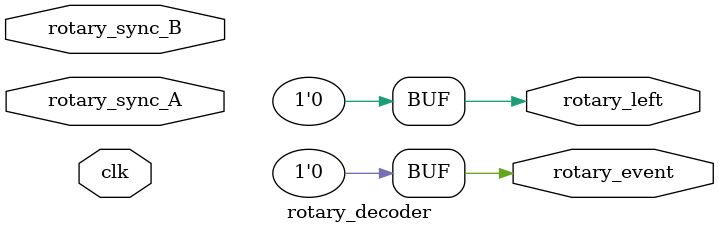
<source format=v>
module rotary_decoder (
    input clk,
    input rotary_sync_A,
    input rotary_sync_B,
    output rotary_event,
    output rotary_left
);

    // Create your rotary decoder circuit here
    // This module takes in rotary_sync_A and rotary_sync_B which are the A and B signals synchronized to clk
    // In this module you should implement the Rotary Contact Filter 
    // and should output a vector of 1-bit signals that pulse high for one clock cycle when their respective counter saturates

    // Remove these lines after implementing your rotary decoder
    assign rotary_event = 0;
    assign rotary_left = 0;

    // Use these registers to implement the Rotary Contact Filter as described in the prelab reading
    reg rotary_q1;
    reg rotary_q2;
endmodule

</source>
